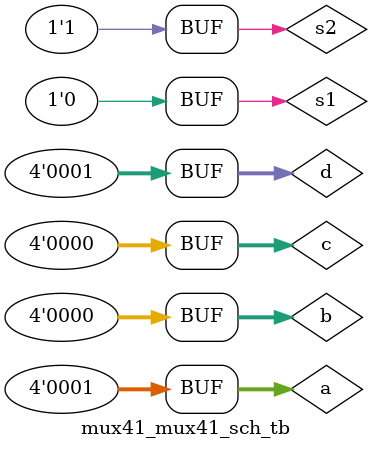
<source format=v>

`timescale 1ns / 1ps

module mux41_mux41_sch_tb();

// Inputs
   reg [3:0] a;
   reg [3:0] b;
   reg [3:0] c;
   reg [3:0] d;
   reg s1;
   reg s2;

// Output
   wire [3:0] z;

// Bidirs

// Instantiate the UUT
   mux41 UUT (
		.a(a), 
		.b(b), 
		.c(c), 
		.d(d), 
		.z(z), 
		.s1(s1), 
		.s2(s2)
   );
	
// Initialize Inputs
	initial begin
		a = 1;
		b = 0;
		c = 0;
		d = 1;
		s1 = 0;
		s2 = 0;
		
		#100;
		
		s1 = 1;
		s2 = 1;
		
		#100;
		
		s1 = 0;
		s2 = 1;
		
		#100;
		
		s1 = 1;
		s2 = 1;
		
		#100
		
		s1 = 1;
		s2 = 0;
		
				
		#100;
		
		s1 = 1;
		s2 = 1;
		
		#100;
		
		s1 = 0;
		s2 = 1;
	end
endmodule

</source>
